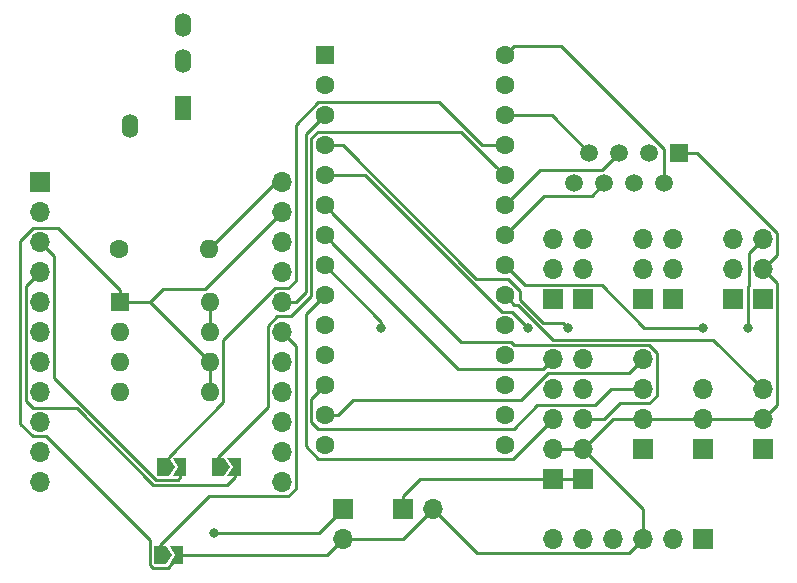
<source format=gbr>
G04 #@! TF.GenerationSoftware,KiCad,Pcbnew,(5.1.2)-2*
G04 #@! TF.CreationDate,2020-01-12T12:19:39-06:00*
G04 #@! TF.ProjectId,ControlBoardT4,436f6e74-726f-46c4-926f-61726454342e,rev?*
G04 #@! TF.SameCoordinates,Original*
G04 #@! TF.FileFunction,Copper,L1,Top*
G04 #@! TF.FilePolarity,Positive*
%FSLAX46Y46*%
G04 Gerber Fmt 4.6, Leading zero omitted, Abs format (unit mm)*
G04 Created by KiCad (PCBNEW (5.1.2)-2) date 2020-01-12 12:19:39*
%MOMM*%
%LPD*%
G04 APERTURE LIST*
%ADD10O,1.400000X2.000000*%
%ADD11R,1.400000X2.000000*%
%ADD12O,1.700000X1.700000*%
%ADD13R,1.700000X1.700000*%
%ADD14C,0.300000*%
%ADD15C,0.100000*%
%ADD16C,1.600000*%
%ADD17R,1.600000X1.600000*%
%ADD18R,1.500000X1.500000*%
%ADD19C,1.500000*%
%ADD20O,1.600000X1.600000*%
%ADD21C,0.800000*%
%ADD22C,0.250000*%
G04 APERTURE END LIST*
D10*
X118808500Y-81573500D03*
D11*
X123308500Y-80073500D03*
D10*
X123308500Y-76073500D03*
X123308500Y-73073500D03*
D12*
X131688500Y-111760000D03*
X111188500Y-111760000D03*
X131688500Y-109220000D03*
X111188500Y-109220000D03*
X131688500Y-106680000D03*
X111188500Y-106680000D03*
X131688500Y-104140000D03*
X111188500Y-104140000D03*
X131688500Y-101600000D03*
X111188500Y-101600000D03*
X131688500Y-99060000D03*
X111188500Y-99060000D03*
X131688500Y-96520000D03*
X111188500Y-96520000D03*
X131688500Y-93980000D03*
X111188500Y-93980000D03*
X131688500Y-91440000D03*
X111188500Y-91440000D03*
X131688500Y-88900000D03*
X111188500Y-88900000D03*
X131688500Y-86360000D03*
D13*
X111188500Y-86360000D03*
D12*
X172402500Y-103886000D03*
X172402500Y-106426000D03*
D13*
X172402500Y-108966000D03*
D14*
X121385500Y-117919500D03*
D15*
G36*
X122385500Y-117919500D02*
G01*
X121885500Y-118669500D01*
X120885500Y-118669500D01*
X120885500Y-117169500D01*
X121885500Y-117169500D01*
X122385500Y-117919500D01*
X122385500Y-117919500D01*
G37*
D14*
X122835500Y-117919500D03*
D15*
G36*
X123335500Y-118669500D02*
G01*
X122185500Y-118669500D01*
X122685500Y-117919500D01*
X122185500Y-117169500D01*
X123335500Y-117169500D01*
X123335500Y-118669500D01*
X123335500Y-118669500D01*
G37*
D14*
X126275000Y-110490000D03*
D15*
G36*
X127275000Y-110490000D02*
G01*
X126775000Y-111240000D01*
X125775000Y-111240000D01*
X125775000Y-109740000D01*
X126775000Y-109740000D01*
X127275000Y-110490000D01*
X127275000Y-110490000D01*
G37*
D14*
X127725000Y-110490000D03*
D15*
G36*
X128225000Y-111240000D02*
G01*
X127075000Y-111240000D01*
X127575000Y-110490000D01*
X127075000Y-109740000D01*
X128225000Y-109740000D01*
X128225000Y-111240000D01*
X128225000Y-111240000D01*
G37*
D14*
X121639500Y-110490000D03*
D15*
G36*
X122639500Y-110490000D02*
G01*
X122139500Y-111240000D01*
X121139500Y-111240000D01*
X121139500Y-109740000D01*
X122139500Y-109740000D01*
X122639500Y-110490000D01*
X122639500Y-110490000D01*
G37*
D14*
X123089500Y-110490000D03*
D15*
G36*
X123589500Y-111240000D02*
G01*
X122439500Y-111240000D01*
X122939500Y-110490000D01*
X122439500Y-109740000D01*
X123589500Y-109740000D01*
X123589500Y-111240000D01*
X123589500Y-111240000D01*
G37*
D16*
X135318500Y-108648500D03*
X135318500Y-106108500D03*
X135318500Y-103568500D03*
X135318500Y-101028500D03*
X135318500Y-98488500D03*
X135318500Y-95948500D03*
X135318500Y-93408500D03*
X135318500Y-90868500D03*
X135318500Y-88328500D03*
X135318500Y-85788500D03*
X135318500Y-83248500D03*
X135318500Y-80708500D03*
X135318500Y-78168500D03*
D17*
X135318500Y-75628500D03*
D16*
X150558500Y-108648500D03*
X150558500Y-106108500D03*
X150558500Y-103568500D03*
X150558500Y-101028500D03*
X150558500Y-98488500D03*
X150558500Y-95948500D03*
X150558500Y-93408500D03*
X150558500Y-90868500D03*
X150558500Y-88328500D03*
X150558500Y-85788500D03*
X150558500Y-83248500D03*
X150558500Y-80708500D03*
X150558500Y-78168500D03*
X150558500Y-75628500D03*
D13*
X167322500Y-116586000D03*
D12*
X164782500Y-116586000D03*
X162242500Y-116586000D03*
X159702500Y-116586000D03*
X157162500Y-116586000D03*
X154622500Y-116586000D03*
D13*
X141922500Y-114046000D03*
D12*
X144462500Y-114046000D03*
X162242500Y-91186000D03*
X164782500Y-91186000D03*
X162242500Y-93726000D03*
X164782500Y-93726000D03*
D13*
X164782500Y-96266000D03*
X162242500Y-96266000D03*
X157162500Y-96266000D03*
D12*
X157162500Y-93726000D03*
X154622500Y-93726000D03*
X157162500Y-91186000D03*
X154622500Y-91186000D03*
D13*
X154622500Y-96266000D03*
X157162500Y-111506000D03*
D12*
X157162500Y-108966000D03*
X154622500Y-108966000D03*
X157162500Y-106426000D03*
X154622500Y-106426000D03*
X157162500Y-103886000D03*
X154622500Y-103886000D03*
X157162500Y-101346000D03*
X154622500Y-101346000D03*
D13*
X154622500Y-111506000D03*
X172402500Y-96266000D03*
D12*
X172402500Y-93726000D03*
X169862500Y-93726000D03*
X172402500Y-91186000D03*
X169862500Y-91186000D03*
D13*
X169862500Y-96266000D03*
X162242500Y-108966000D03*
D12*
X162242500Y-106426000D03*
X162242500Y-103886000D03*
X162242500Y-101346000D03*
D13*
X167322500Y-108966000D03*
D12*
X167322500Y-106426000D03*
X167322500Y-103886000D03*
D18*
X165354000Y-83883500D03*
D19*
X164084000Y-86423500D03*
X162814000Y-83883500D03*
X161544000Y-86423500D03*
X160274000Y-83883500D03*
X159004000Y-86423500D03*
X157734000Y-83883500D03*
X156464000Y-86423500D03*
D13*
X136842500Y-114046000D03*
D12*
X136842500Y-116586000D03*
D17*
X117983000Y-96520000D03*
D20*
X125603000Y-104140000D03*
X117983000Y-99060000D03*
X125603000Y-101600000D03*
X117983000Y-101600000D03*
X125603000Y-99060000D03*
X117983000Y-104140000D03*
X125603000Y-96520000D03*
D16*
X117919500Y-92011500D03*
D20*
X125539500Y-92011500D03*
D21*
X167322500Y-98679000D03*
X171196000Y-98679000D03*
X152527000Y-98679000D03*
X140081000Y-98679000D03*
X155892500Y-98679000D03*
X125920500Y-116078000D03*
D22*
X134518501Y-104368499D02*
X135318500Y-103568500D01*
X134193499Y-104693501D02*
X134518501Y-104368499D01*
X134193499Y-106648501D02*
X134193499Y-104693501D01*
X134778499Y-107233501D02*
X134193499Y-106648501D01*
X153321001Y-105250999D02*
X151338499Y-107233501D01*
X158210501Y-105250999D02*
X153321001Y-105250999D01*
X159575500Y-103886000D02*
X158210501Y-105250999D01*
X151338499Y-107233501D02*
X134778499Y-107233501D01*
X162242500Y-103886000D02*
X159575500Y-103886000D01*
X161067499Y-102521001D02*
X161392501Y-102195999D01*
X154248497Y-102521001D02*
X161067499Y-102521001D01*
X151968509Y-104800989D02*
X154248497Y-102521001D01*
X137757381Y-104800989D02*
X151968509Y-104800989D01*
X136449870Y-106108500D02*
X137757381Y-104800989D01*
X161392501Y-102195999D02*
X162242500Y-101346000D01*
X135318500Y-106108500D02*
X136449870Y-106108500D01*
X166756815Y-98679000D02*
X167322500Y-98679000D01*
X162370498Y-98679000D02*
X166756815Y-98679000D01*
X158782497Y-95090999D02*
X162370498Y-98679000D01*
X152240999Y-95090999D02*
X158782497Y-95090999D01*
X150558500Y-93408500D02*
X152240999Y-95090999D01*
X171552501Y-103036001D02*
X172402500Y-103886000D01*
X168237489Y-99720989D02*
X171552501Y-103036001D01*
X154641991Y-99720989D02*
X168237489Y-99720989D01*
X151669501Y-96748499D02*
X154641991Y-99720989D01*
X151358499Y-96748499D02*
X151669501Y-96748499D01*
X150558500Y-95948500D02*
X151358499Y-96748499D01*
X151358499Y-87528501D02*
X150558500Y-88328500D01*
X153538501Y-85348499D02*
X151358499Y-87528501D01*
X158809001Y-85348499D02*
X153538501Y-85348499D01*
X160274000Y-83883500D02*
X158809001Y-85348499D01*
X151358499Y-90068501D02*
X150558500Y-90868500D01*
X153928499Y-87498501D02*
X151358499Y-90068501D01*
X157928999Y-87498501D02*
X153928499Y-87498501D01*
X159004000Y-86423500D02*
X157928999Y-87498501D01*
X171552501Y-92035999D02*
X172402500Y-91186000D01*
X171227499Y-92361001D02*
X171552501Y-92035999D01*
X171227499Y-95155999D02*
X171227499Y-92361001D01*
X171196000Y-95187498D02*
X171227499Y-95155999D01*
X171196000Y-98679000D02*
X171196000Y-95187498D01*
X146893499Y-99903499D02*
X136118499Y-89128499D01*
X151098501Y-99903499D02*
X146893499Y-99903499D01*
X136118499Y-89128499D02*
X135318500Y-88328500D01*
X151366001Y-100170999D02*
X151098501Y-99903499D01*
X162806501Y-100170999D02*
X151366001Y-100170999D01*
X163417501Y-100781999D02*
X162806501Y-100170999D01*
X162806501Y-105061001D02*
X163417501Y-104450001D01*
X160342508Y-105061001D02*
X162806501Y-105061001D01*
X163417501Y-104450001D02*
X163417501Y-100781999D01*
X158977509Y-106426000D02*
X160342508Y-105061001D01*
X157162500Y-106426000D02*
X158977509Y-106426000D01*
X134518501Y-96748499D02*
X135318500Y-95948500D01*
X133743489Y-97523511D02*
X134518501Y-96748499D01*
X133743489Y-108738491D02*
X133743489Y-97523511D01*
X134778499Y-109773501D02*
X133743489Y-108738491D01*
X151274999Y-109773501D02*
X134778499Y-109773501D01*
X154622500Y-106426000D02*
X151274999Y-109773501D01*
X152127001Y-98279001D02*
X152527000Y-98679000D01*
X151211499Y-97363499D02*
X152127001Y-98279001D01*
X150308497Y-97363499D02*
X151211499Y-97363499D01*
X138733498Y-85788500D02*
X150308497Y-97363499D01*
X135318500Y-85788500D02*
X138733498Y-85788500D01*
X135318500Y-93916500D02*
X135318500Y-93408500D01*
X140081000Y-98171000D02*
X140081000Y-98679000D01*
X135318500Y-93408500D02*
X140081000Y-98171000D01*
X136449870Y-83248500D02*
X135318500Y-83248500D01*
X150808503Y-94533501D02*
X148114909Y-94533501D01*
X136829908Y-83248500D02*
X136449870Y-83248500D01*
X151855901Y-95580899D02*
X150808503Y-94533501D01*
X151855901Y-96298489D02*
X151855901Y-95580899D01*
X153836413Y-98279001D02*
X151855901Y-96298489D01*
X155492501Y-98279001D02*
X153836413Y-98279001D01*
X148114909Y-94533501D02*
X136829908Y-83248500D01*
X155892500Y-98679000D02*
X155492501Y-98279001D01*
X136118499Y-91668499D02*
X135318500Y-90868500D01*
X146645999Y-102195999D02*
X136118499Y-91668499D01*
X153772501Y-102195999D02*
X146645999Y-102195999D01*
X154622500Y-101346000D02*
X153772501Y-102195999D01*
X164084000Y-85362840D02*
X164084000Y-86423500D01*
X164084000Y-83562498D02*
X164084000Y-85362840D01*
X155350003Y-74828501D02*
X164084000Y-83562498D01*
X151358499Y-74828501D02*
X155350003Y-74828501D01*
X150558500Y-75628500D02*
X151358499Y-74828501D01*
X153522500Y-111506000D02*
X154622500Y-111506000D01*
X143362500Y-111506000D02*
X153522500Y-111506000D01*
X141922500Y-112946000D02*
X143362500Y-111506000D01*
X141922500Y-114046000D02*
X141922500Y-112946000D01*
X155722500Y-111506000D02*
X157162500Y-111506000D01*
X154622500Y-111506000D02*
X155722500Y-111506000D01*
X125603000Y-97651370D02*
X125603000Y-99060000D01*
X125603000Y-96520000D02*
X125603000Y-97651370D01*
X131191000Y-86360000D02*
X131688500Y-86360000D01*
X125539500Y-92011500D02*
X131191000Y-86360000D01*
X141922500Y-116586000D02*
X144462500Y-114046000D01*
X136842500Y-116586000D02*
X141922500Y-116586000D01*
X161392501Y-117435999D02*
X162242500Y-116586000D01*
X161067499Y-117761001D02*
X161392501Y-117435999D01*
X148177501Y-117761001D02*
X161067499Y-117761001D01*
X144462500Y-114046000D02*
X148177501Y-117761001D01*
X162242500Y-114046000D02*
X157162500Y-108966000D01*
X162242500Y-116586000D02*
X162242500Y-114046000D01*
X154622500Y-108966000D02*
X157162500Y-108966000D01*
X159702500Y-106426000D02*
X162242500Y-106426000D01*
X157162500Y-108966000D02*
X159702500Y-106426000D01*
X163444581Y-106426000D02*
X172402500Y-106426000D01*
X162242500Y-106426000D02*
X163444581Y-106426000D01*
X173252499Y-94575999D02*
X172402500Y-93726000D01*
X173577501Y-94901001D02*
X173252499Y-94575999D01*
X173577501Y-105250999D02*
X173577501Y-94901001D01*
X172402500Y-106426000D02*
X173577501Y-105250999D01*
X166354000Y-83883500D02*
X165354000Y-83883500D01*
X166839002Y-83883500D02*
X166354000Y-83883500D01*
X173577501Y-90621999D02*
X166839002Y-83883500D01*
X173577501Y-92550999D02*
X173577501Y-90621999D01*
X172402500Y-93726000D02*
X173577501Y-92550999D01*
X135509000Y-117919500D02*
X136842500Y-116586000D01*
X122835500Y-117919500D02*
X135509000Y-117919500D01*
X117983000Y-95470000D02*
X117983000Y-96520000D01*
X112777999Y-90264999D02*
X117983000Y-95470000D01*
X109563489Y-91326009D02*
X110624499Y-90264999D01*
X110624499Y-90264999D02*
X112777999Y-90264999D01*
X110624499Y-107855001D02*
X109563489Y-106793991D01*
X109563489Y-106793991D02*
X109563489Y-91326009D01*
X111752501Y-107855001D02*
X110624499Y-107855001D01*
X120560490Y-116662990D02*
X111752501Y-107855001D01*
X120560490Y-118804126D02*
X120560490Y-116662990D01*
X122020126Y-118994510D02*
X120750874Y-118994510D01*
X122835500Y-118179136D02*
X122020126Y-118994510D01*
X120750874Y-118994510D02*
X120560490Y-118804126D01*
X122835500Y-117919500D02*
X122835500Y-118179136D01*
X120523000Y-96520000D02*
X125603000Y-101600000D01*
X117983000Y-96520000D02*
X120523000Y-96520000D01*
X125603000Y-102731370D02*
X125603000Y-104140000D01*
X125603000Y-101600000D02*
X125603000Y-102731370D01*
X130838501Y-89749999D02*
X131688500Y-88900000D01*
X125193501Y-95394999D02*
X130838501Y-89749999D01*
X121648001Y-95394999D02*
X125193501Y-95394999D01*
X120523000Y-96520000D02*
X121648001Y-95394999D01*
X154559000Y-80708500D02*
X157734000Y-83883500D01*
X150558500Y-80708500D02*
X154559000Y-80708500D01*
X122114490Y-109724010D02*
X121639500Y-110199000D01*
X122114490Y-109605374D02*
X122114490Y-109724010D01*
X126728001Y-104991863D02*
X122114490Y-109605374D01*
X126728001Y-99741497D02*
X126728001Y-104991863D01*
X131124499Y-95344999D02*
X126728001Y-99741497D01*
X132252501Y-95344999D02*
X131124499Y-95344999D01*
X148654910Y-83248500D02*
X144989909Y-79583499D01*
X144989909Y-79583499D02*
X134778499Y-79583499D01*
X121639500Y-110199000D02*
X121639500Y-110490000D01*
X150558500Y-83248500D02*
X148654910Y-83248500D01*
X134778499Y-79583499D02*
X132863501Y-81498497D01*
X132863501Y-81498497D02*
X132863501Y-94733999D01*
X132863501Y-94733999D02*
X132252501Y-95344999D01*
X134729001Y-82123499D02*
X146893499Y-82123499D01*
X149758501Y-84988501D02*
X150558500Y-85788500D01*
X134193499Y-82659001D02*
X134729001Y-82123499D01*
X134193499Y-95994001D02*
X134193499Y-82659001D01*
X132492499Y-97695001D02*
X134193499Y-95994001D01*
X146893499Y-82123499D02*
X149758501Y-84988501D01*
X131314497Y-97695001D02*
X132492499Y-97695001D01*
X130513499Y-98495999D02*
X131314497Y-97695001D01*
X130513499Y-105401501D02*
X130513499Y-98495999D01*
X126275000Y-109640000D02*
X130513499Y-105401501D01*
X126275000Y-110490000D02*
X126275000Y-109640000D01*
X134518501Y-81508499D02*
X135318500Y-80708500D01*
X133743489Y-82283511D02*
X134518501Y-81508499D01*
X133743489Y-95667092D02*
X133743489Y-82283511D01*
X132890581Y-96520000D02*
X133743489Y-95667092D01*
X131688500Y-96520000D02*
X132890581Y-96520000D01*
X132538499Y-99909999D02*
X131688500Y-99060000D01*
X132863501Y-112324001D02*
X132863501Y-100235001D01*
X132863501Y-100235001D02*
X132538499Y-99909999D01*
X132252501Y-112935001D02*
X132863501Y-112324001D01*
X125519999Y-112935001D02*
X132252501Y-112935001D01*
X121385500Y-117069500D02*
X125519999Y-112935001D01*
X121385500Y-117919500D02*
X121385500Y-117069500D01*
X112038499Y-92289999D02*
X111188500Y-91440000D01*
X112363501Y-92615001D02*
X112038499Y-92289999D01*
X112363501Y-102923637D02*
X112363501Y-92615001D01*
X121004874Y-111565010D02*
X112363501Y-102923637D01*
X122864490Y-111565010D02*
X121004874Y-111565010D01*
X123089500Y-111340000D02*
X122864490Y-111565010D01*
X123089500Y-110490000D02*
X123089500Y-111340000D01*
X127725000Y-111340000D02*
X127725000Y-110490000D01*
X127049980Y-112015020D02*
X127725000Y-111340000D01*
X120818474Y-112015020D02*
X127049980Y-112015020D01*
X114308453Y-105504999D02*
X120818474Y-112015020D01*
X110624499Y-105504999D02*
X114308453Y-105504999D01*
X110013499Y-104893999D02*
X110624499Y-105504999D01*
X110013499Y-95155001D02*
X110013499Y-104893999D01*
X111188500Y-93980000D02*
X110013499Y-95155001D01*
X134810500Y-116078000D02*
X136842500Y-114046000D01*
X125920500Y-116078000D02*
X134810500Y-116078000D01*
M02*

</source>
